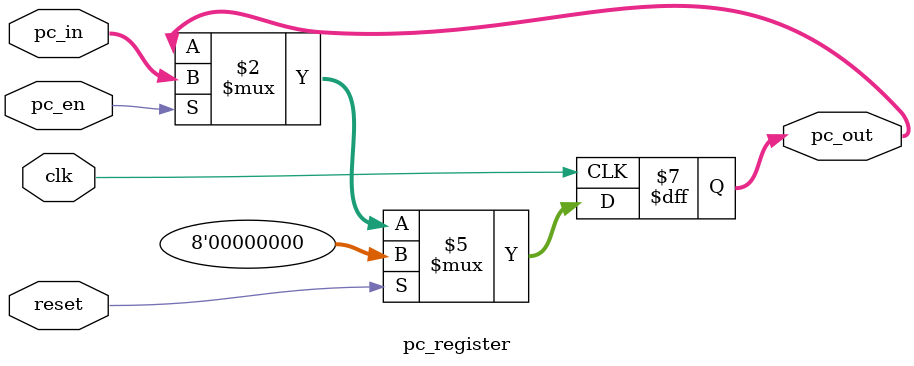
<source format=v>
`timescale 1ns / 1ps

module pc_register (
    input wire clk,
    input wire pc_en,
    input wire reset,           // Enable signal
    input wire [7:0] pc_in,     // Input vector (new PC value)
    output reg [7:0] pc_out     // Output vector (current PC value)
);

    always @(posedge clk) begin
        if(reset)
            pc_out <= 0;
        else if (pc_en) begin
            pc_out <= pc_in;
        end
    end

endmodule

</source>
